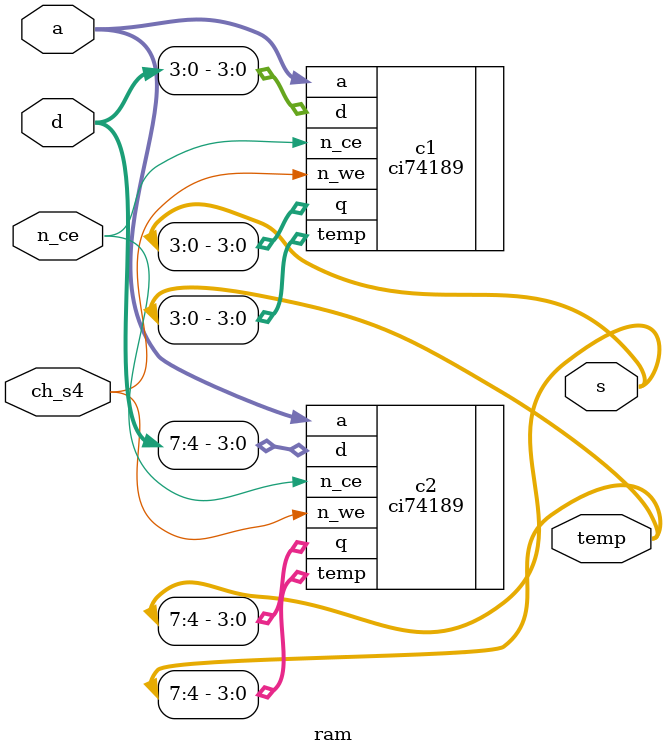
<source format=v>
module ram (
  input [7:0] d,
  input [3:0] a,
  input n_ce,
  input ch_s4,
  output [7:0] s,
  output [7:0] temp
);
  ci74189 c1 (
    .a(a),
    .d(d[3:0]),
    .n_ce(n_ce),
    .n_we(ch_s4),
    .q(s[3:0]),
    .temp(temp[3:0])
  );

  ci74189 c2 (
    .a(a),
    .d(d[7:4]),
    .n_ce(n_ce),
    .n_we(ch_s4),
    .q(s[7:4]),
    .temp(temp[7:4])
  );
endmodule 

</source>
